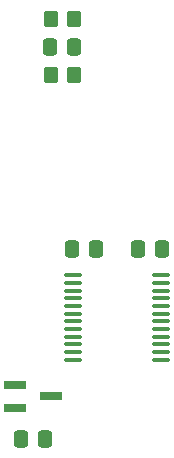
<source format=gbr>
G04 %TF.GenerationSoftware,KiCad,Pcbnew,(6.0.1)@% jlc*
G04 %TF.CreationDate,2022-07-06T21:26:52-07:00@% jlc*
G04 %TF.ProjectId,mu100-dit,6d753130-302d-4646-9974-2e6b69636164,rev?@% jlc*
G04 %TF.SameCoordinates,PX4a25ef0PY4c3f880@% jlc*
G04 %TF.FileFunction,Paste,Top@% jlc*
G04 %TF.FilePolarity,Positive@% jlc*
%FSLAX46Y46*%
G04 Gerber Fmt 4.6, Leading zero omitted, Abs format (unit mm)*
G04 Created by KiCad (PCBNEW (6.0.1)) date 2022-07-06 21:26:52*
%MOMM*%
%LPD*%
G01*
G04 APERTURE LIST*
G04 Aperture macros list*
%AMRoundRect*
0 Rectangle with rounded corners*
0 $1 Rounding radius*
0 $2 $3 $4 $5 $6 $7 $8 $9 X,Y pos of 4 corners*
0 Add a 4 corners polygon primitive as box body*
4,1,4,$2,$3,$4,$5,$6,$7,$8,$9,$2,$3,0*
0 Add four circle primitives for the rounded corners*
1,1,$1+$1,$2,$3*
1,1,$1+$1,$4,$5*
1,1,$1+$1,$6,$7*
1,1,$1+$1,$8,$9*
0 Add four rect primitives between the rounded corners*
20,1,$1+$1,$2,$3,$4,$5,0*
20,1,$1+$1,$4,$5,$6,$7,0*
20,1,$1+$1,$6,$7,$8,$9,0*
20,1,$1+$1,$8,$9,$2,$3,0*%
G04 Aperture macros list end*
%ADD10RoundRect,0.250000X-0.337500X-0.475000X0.337500X-0.475000X0.337500X0.475000X-0.337500X0.475000X0*%
%ADD11RoundRect,0.100000X-0.637500X-0.100000X0.637500X-0.100000X0.637500X0.100000X-0.637500X0.100000X0*%
%ADD12RoundRect,0.250000X-0.350000X-0.450000X0.350000X-0.450000X0.350000X0.450000X-0.350000X0.450000X0*%
%ADD13R,1.900000X0.800000*%
%ADD14RoundRect,0.250000X0.337500X0.475000X-0.337500X0.475000X-0.337500X-0.475000X0.337500X-0.475000X0*%
G04 APERTURE END LIST*
D10*
G04 %TO.C,C3@% jlc*
X81292500Y-117227000D03*
X83367500Y-117227000D03*
G04 %TD@% jlc*
D11*
G04 %TO.C,U2@% jlc*
X85739500Y-103413427D03*
X85739500Y-104063427D03*
X85739500Y-104713427D03*
X85739500Y-105363427D03*
X85739500Y-106013427D03*
X85739500Y-106663427D03*
X85739500Y-107313427D03*
X85739500Y-107963427D03*
X85739500Y-108613427D03*
X85739500Y-109263427D03*
X85739500Y-109913427D03*
X85739500Y-110563427D03*
X93164500Y-110563427D03*
X93164500Y-109913427D03*
X93164500Y-109263427D03*
X93164500Y-108613427D03*
X93164500Y-107963427D03*
X93164500Y-107313427D03*
X93164500Y-106663427D03*
X93164500Y-106013427D03*
X93164500Y-105363427D03*
X93164500Y-104713427D03*
X93164500Y-104063427D03*
X93164500Y-103413427D03*
G04 %TD@% jlc*
D12*
G04 %TO.C,R1@% jlc*
X83828572Y-86452000D03*
X85828572Y-86452000D03*
G04 %TD@% jlc*
D10*
G04 %TO.C,C2@% jlc*
X91208500Y-101140000D03*
X93283500Y-101140000D03*
G04 %TD@% jlc*
D13*
G04 %TO.C,U3@% jlc*
X80830000Y-112702000D03*
X80830000Y-114602000D03*
X83830000Y-113652000D03*
G04 %TD@% jlc*
D12*
G04 %TO.C,R2@% jlc*
X83828572Y-81702000D03*
X85828572Y-81702000D03*
G04 %TD@% jlc*
D14*
G04 %TO.C,C4@% jlc*
X85836072Y-84077000D03*
X83761072Y-84077000D03*
G04 %TD@% jlc*
G04 %TO.C,C1@% jlc*
X87695500Y-101140000D03*
X85620500Y-101140000D03*
G04 %TD@% jlc*
M02*

</source>
